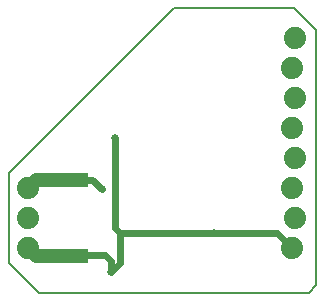
<source format=gbl>
G75*
%MOIN*%
%OFA0B0*%
%FSLAX25Y25*%
%IPPOS*%
%LPD*%
%AMOC8*
5,1,8,0,0,1.08239X$1,22.5*
%
%ADD10C,0.00600*%
%ADD11C,0.07400*%
%ADD12R,0.12500X0.04900*%
%ADD13C,0.04800*%
%ADD14C,0.02578*%
%ADD15C,0.02400*%
D10*
X0011300Y0001300D02*
X0001300Y0011300D01*
X0001300Y0041300D01*
X0056300Y0096300D01*
X0096300Y0096300D01*
X0103800Y0088800D01*
X0103800Y0003800D01*
X0101300Y0001300D01*
X0011300Y0001300D01*
D11*
X0007800Y0016300D03*
X0007800Y0026300D03*
X0007800Y0036300D03*
X0095800Y0036300D03*
X0096800Y0046300D03*
X0095800Y0056300D03*
X0096800Y0066300D03*
X0095800Y0076300D03*
X0096800Y0086300D03*
X0096800Y0026300D03*
X0095800Y0016300D03*
D12*
X0021300Y0013750D03*
X0021300Y0038850D03*
D13*
X0010350Y0038850D01*
X0007800Y0036300D01*
X0007800Y0016300D02*
X0010350Y0013750D01*
X0021300Y0013750D01*
D14*
X0035300Y0008300D03*
X0038300Y0021300D03*
X0032300Y0035800D03*
X0036800Y0052800D03*
X0069800Y0021300D03*
D15*
X0090800Y0021300D01*
X0095800Y0016300D01*
X0069800Y0021300D02*
X0038300Y0021300D01*
X0038300Y0011300D01*
X0035300Y0008300D01*
X0035300Y0011800D01*
X0033300Y0013800D01*
X0021350Y0013800D01*
X0021300Y0013750D01*
X0036800Y0022800D02*
X0038300Y0021300D01*
X0036800Y0022800D02*
X0036800Y0052800D01*
X0029250Y0038850D02*
X0021300Y0038850D01*
X0029250Y0038850D02*
X0032300Y0035800D01*
M02*

</source>
